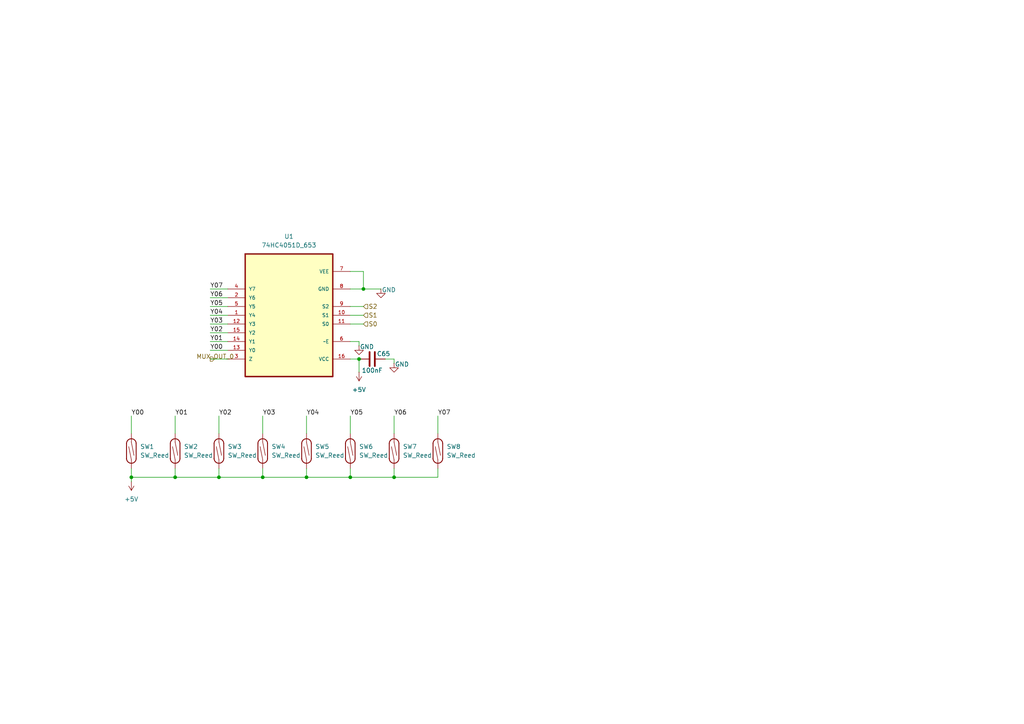
<source format=kicad_sch>
(kicad_sch (version 20250114) (generator "eeschema") (generator_version "9.0")
  (paper "A4")
  (lib_symbols
    (symbol "74HC4051D_653:74HC4051D_653" (pin_names (offset 1.016))
      (property "Reference" "U" (at -4.9848 17.8283 0))
      (property "Value" "74HC4051D_653" (at -3.1296 -25.3169 0))
      (symbol "74HC4051D_653_0_0"
        (rectangle (start -12.7 -20.32) (end 12.7 15.24) (stroke (width 0.4064)) (fill (type background)))
        (pin power_in line (at -17.78 10.16 0) (length 5.08) (name "VCC") (number "16"))
        (pin input line (at -17.78 5.08 0) (length 5.08) (name "~E") (number "6"))
        (pin input line (at -17.78 0 0) (length 5.08) (name "S0") (number "11"))
        (pin input line (at -17.78 -2.54 0) (length 5.08) (name "S1") (number "10"))
        (pin input line (at -17.78 -5.08 0) (length 5.08) (name "S2") (number "9"))
        (pin passive line (at -17.78 -10.16 0) (length 5.08) (name "GND") (number "8"))
        (pin power_in line (at -17.78 -15.24 0) (length 5.08) (name "VEE") (number "7"))
        (pin bidirectional line (at 17.78 10.16 180) (length 5.08) (name "Z") (number "3"))
        (pin bidirectional line (at 17.78 7.62 180) (length 5.08) (name "Y0") (number "13"))
        (pin bidirectional line (at 17.78 5.08 180) (length 5.08) (name "Y1") (number "14"))
        (pin bidirectional line (at 17.78 2.54 180) (length 5.08) (name "Y2") (number "15"))
        (pin bidirectional line (at 17.78 0 180) (length 5.08) (name "Y3") (number "12"))
        (pin bidirectional line (at 17.78 -2.54 180) (length 5.08) (name "Y4") (number "1"))
        (pin bidirectional line (at 17.78 -5.08 180) (length 5.08) (name "Y5") (number "5"))
        (pin bidirectional line (at 17.78 -7.62 180) (length 5.08) (name "Y6") (number "2"))
        (pin bidirectional line (at 17.78 -10.16 180) (length 5.08) (name "Y7") (number "4"))
      )
    )
    (symbol "Device:C" (pin_numbers (hide yes)) (pin_names (offset 0.254))
      (property "Reference" "C" (at 0.635 2.54 0))
      (property "Value" "C" (at 0.635 -2.54 0))
      (symbol "C_0_1"
        (polyline (pts (xy -2.032 0.762) (xy 2.032 0.762)) (stroke (width 0.508)))
        (polyline (pts (xy -2.032 -0.762) (xy 2.032 -0.762)) (stroke (width 0.508)))
      )
      (symbol "C_1_1"
        (pin passive line (at 0 3.81 270) (length 2.794) (name "~") (number "1"))
        (pin passive line (at 0 -3.81 90) (length 2.794) (name "~") (number "2"))
      )
    )
    (symbol "Switch:SW_Reed" (pin_numbers (hide yes)) (pin_names (offset 0) (hide yes))
      (property "Reference" "SW" (at 0 2.54 0))
      (property "Value" "SW_Reed" (at 0 -2.54 0))
      (symbol "SW_Reed_0_0"
        (polyline (pts (xy -2.54 0) (xy 1.27 0.762)))
        (polyline (pts (xy -2.159 -1.397) (xy 2.286 -1.397)) (stroke (width 0.254)))
        (arc (start -2.159 -1.397) (mid -3.55 0) (end -2.159 1.397) (stroke (width 0.254)))
        (arc (start 2.159 1.397) (mid 3.55 0) (end 2.159 -1.397) (stroke (width 0.254)))
        (polyline (pts (xy 2.159 1.397) (xy -2.159 1.397)) (stroke (width 0.254)))
        (polyline (pts (xy 2.54 0) (xy -1.27 -0.762)))
      )
      (symbol "SW_Reed_1_1"
        (pin passive line (at -5.08 0 0) (length 2.54) (name "1") (number "1"))
        (pin passive line (at 5.08 0 180) (length 2.54) (name "2") (number "2"))
      )
    )
    (symbol "power:+5V" (power) (pin_numbers (hide yes)) (pin_names (offset 0) (hide yes))
      (property "Value" "+5V" (at 0 3.556 0))
      (symbol "+5V_0_1"
        (polyline (pts (xy -0.762 1.27) (xy 0 2.54)))
        (polyline (pts (xy 0 2.54) (xy 0.762 1.27)))
        (polyline (pts (xy 0 0) (xy 0 2.54)))
      )
      (symbol "+5V_1_1"
        (pin power_in line (at 0 0 90) (length 0) (name "~") (number "1"))
      )
    )
    (symbol "power:GND" (power) (pin_numbers (hide yes)) (pin_names (offset 0) (hide yes))
      (property "Value" "GND" (at 0 -3.81 0))
      (symbol "GND_0_1"
        (polyline (pts (xy 0 0) (xy 0 -1.27) (xy 1.27 -1.27) (xy 0 -2.54) (xy -1.27 -1.27) (xy 0 -1.27)))
      )
      (symbol "GND_1_1"
        (pin power_in line (at 0 0 270) (length 0) (name "~") (number "1"))
      )
    )
  )
  (junction (at 50.8 138.43))
  (junction (at 76.2 138.43))
  (junction (at 88.9 138.43))
  (junction (at 104.14 104.14))
  (junction (at 38.1 138.43))
  (junction (at 101.6 138.43))
  (junction (at 114.3 138.43))
  (junction (at 63.5 138.43))
  (junction (at 105.41 83.82))
  (wire (pts (xy 60.96 93.98) (xy 66.04 93.98)))
  (wire (pts (xy 38.1 138.43) (xy 38.1 139.7)))
  (wire (pts (xy 76.2 135.89) (xy 76.2 138.43)))
  (wire (pts (xy 60.96 99.06) (xy 66.04 99.06)))
  (wire (pts (xy 50.8 120.65) (xy 50.8 125.73)))
  (wire (pts (xy 60.96 104.14) (xy 66.04 104.14)))
  (wire (pts (xy 38.1 138.43) (xy 50.8 138.43)))
  (wire (pts (xy 104.14 104.14) (xy 104.14 107.95)))
  (wire (pts (xy 38.1 135.89) (xy 38.1 138.43)))
  (wire (pts (xy 101.6 88.9) (xy 105.41 88.9)))
  (wire (pts (xy 101.6 104.14) (xy 104.14 104.14)))
  (wire (pts (xy 127 120.65) (xy 127 125.73)))
  (wire (pts (xy 105.41 78.74) (xy 105.41 83.82)))
  (wire (pts (xy 101.6 83.82) (xy 105.41 83.82)))
  (wire (pts (xy 104.14 99.06) (xy 101.6 99.06)))
  (wire (pts (xy 38.1 120.65) (xy 38.1 125.73)))
  (wire (pts (xy 63.5 135.89) (xy 63.5 138.43)))
  (wire (pts (xy 111.76 104.14) (xy 114.3 104.14)))
  (wire (pts (xy 101.6 78.74) (xy 105.41 78.74)))
  (wire (pts (xy 114.3 135.89) (xy 114.3 138.43)))
  (wire (pts (xy 50.8 135.89) (xy 50.8 138.43)))
  (wire (pts (xy 101.6 93.98) (xy 105.41 93.98)))
  (wire (pts (xy 60.96 96.52) (xy 66.04 96.52)))
  (wire (pts (xy 63.5 120.65) (xy 63.5 125.73)))
  (wire (pts (xy 60.96 86.36) (xy 66.04 86.36)))
  (wire (pts (xy 101.6 91.44) (xy 105.41 91.44)))
  (wire (pts (xy 60.96 101.6) (xy 66.04 101.6)))
  (wire (pts (xy 76.2 138.43) (xy 88.9 138.43)))
  (wire (pts (xy 63.5 138.43) (xy 76.2 138.43)))
  (wire (pts (xy 76.2 120.65) (xy 76.2 125.73)))
  (wire (pts (xy 114.3 104.14) (xy 114.3 105.41)))
  (wire (pts (xy 88.9 138.43) (xy 101.6 138.43)))
  (wire (pts (xy 114.3 138.43) (xy 127 138.43)))
  (wire (pts (xy 88.9 120.65) (xy 88.9 125.73)))
  (wire (pts (xy 50.8 138.43) (xy 63.5 138.43)))
  (wire (pts (xy 60.96 91.44) (xy 66.04 91.44)))
  (wire (pts (xy 104.14 100.33) (xy 104.14 99.06)))
  (wire (pts (xy 110.49 83.82) (xy 105.41 83.82)))
  (wire (pts (xy 101.6 135.89) (xy 101.6 138.43)))
  (wire (pts (xy 88.9 135.89) (xy 88.9 138.43)))
  (wire (pts (xy 101.6 120.65) (xy 101.6 125.73)))
  (wire (pts (xy 60.96 83.82) (xy 66.04 83.82)))
  (wire (pts (xy 114.3 120.65) (xy 114.3 125.73)))
  (wire (pts (xy 60.96 88.9) (xy 66.04 88.9)))
  (wire (pts (xy 101.6 138.43) (xy 114.3 138.43)))
  (wire (pts (xy 127 138.43) (xy 127 135.89)))
  (label "Y06" (at 114.3 120.65 0))
  (label "Y07" (at 127 120.65 0))
  (label "Y00" (at 38.1 120.65 0))
  (label "Y03" (at 76.2 120.65 0))
  (label "Y02" (at 60.96 96.52 0))
  (label "Y00" (at 60.96 101.6 0))
  (label "Y01" (at 50.8 120.65 0))
  (label "Y02" (at 63.5 120.65 0))
  (label "Y05" (at 60.96 88.9 0))
  (label "Y06" (at 60.96 86.36 0))
  (label "Y07" (at 60.96 83.82 0))
  (label "Y04" (at 88.9 120.65 0))
  (label "Y04" (at 60.96 91.44 0))
  (label "Y03" (at 60.96 93.98 0))
  (label "Y05" (at 101.6 120.65 0))
  (label "Y01" (at 60.96 99.06 0))
  (hierarchical_label "S2" (shape input) (at 105.41 88.9 0))
  (hierarchical_label "S1" (shape input) (at 105.41 91.44 0))
  (hierarchical_label "MUX_OUT_0" (shape output) (at 60.96 104.14 0))
  (hierarchical_label "S0" (shape input) (at 105.41 93.98 0))
  (symbol (lib_id "Switch:SW_Reed") (at 88.9 130.81 270) (unit 1)
    (property "Reference" "SW5" (at 91.44 129.5399 90) (effects (justify left)))
    (property "Value" "SW_Reed" (at 91.44 132.0799 90) (effects (justify left)))
    (property "Footprint" "Reed_switch:ReedSwitch_2x14mm" (effects (hide yes)))
    (property "Description" "reed switch" (effects (hide yes)))
  )
  (symbol (lib_id "power:+5V") (at 38.1 139.7 180) (unit 1)
    (property "Reference" "#PWR0194" (effects (hide yes)))
    (property "Value" "+5V" (at 38.1 144.78 0))
    (property "Description" "Power symbol creates a global label with name \"+5V\"" (effects (hide yes)))
  )
  (symbol (lib_id "Switch:SW_Reed") (at 38.1 130.81 270) (unit 1)
    (property "Reference" "SW1" (at 40.64 129.5399 90) (effects (justify left)))
    (property "Value" "SW_Reed" (at 40.64 132.0799 90) (effects (justify left)))
    (property "Footprint" "Reed_switch:ReedSwitch_2x14mm" (effects (hide yes)))
    (property "Description" "reed switch" (effects (hide yes)))
  )
  (symbol (lib_id "power:GND") (at 110.49 83.82 0) (unit 1)
    (property "Reference" "#PWR0197" (effects (hide yes)))
    (property "Value" "GND" (at 112.776 84.074 0))
    (property "Description" "Power symbol creates a global label with name \"GND\" , ground" (effects (hide yes)))
  )
  (symbol (lib_id "Switch:SW_Reed") (at 63.5 130.81 270) (unit 1)
    (property "Reference" "SW3" (at 66.04 129.5399 90) (effects (justify left)))
    (property "Value" "SW_Reed" (at 66.04 132.0799 90) (effects (justify left)))
    (property "Footprint" "Reed_switch:ReedSwitch_2x14mm" (effects (hide yes)))
    (property "Description" "reed switch" (effects (hide yes)))
  )
  (symbol (lib_id "power:+5V") (at 104.14 107.95 180) (unit 1)
    (property "Reference" "#PWR0199" (effects (hide yes)))
    (property "Value" "+5V" (at 104.14 113.03 0))
    (property "Description" "Power symbol creates a global label with name \"+5V\"" (effects (hide yes)))
  )
  (symbol (lib_id "Switch:SW_Reed") (at 76.2 130.81 270) (unit 1)
    (property "Reference" "SW4" (at 78.74 129.5399 90) (effects (justify left)))
    (property "Value" "SW_Reed" (at 78.74 132.0799 90) (effects (justify left)))
    (property "Footprint" "Reed_switch:ReedSwitch_2x14mm" (effects (hide yes)))
    (property "Description" "reed switch" (effects (hide yes)))
  )
  (symbol (lib_id "Switch:SW_Reed") (at 114.3 130.81 270) (unit 1)
    (property "Reference" "SW7" (at 116.84 129.5399 90) (effects (justify left)))
    (property "Value" "SW_Reed" (at 116.84 132.0799 90) (effects (justify left)))
    (property "Footprint" "Reed_switch:ReedSwitch_2x14mm" (effects (hide yes)))
    (property "Description" "reed switch" (effects (hide yes)))
  )
  (symbol (lib_id "Switch:SW_Reed") (at 50.8 130.81 270) (unit 1)
    (property "Reference" "SW2" (at 53.34 129.5399 90) (effects (justify left)))
    (property "Value" "SW_Reed" (at 53.34 132.0799 90) (effects (justify left)))
    (property "Footprint" "Reed_switch:ReedSwitch_2x14mm" (effects (hide yes)))
    (property "Description" "reed switch" (effects (hide yes)))
  )
  (symbol (lib_id "Switch:SW_Reed") (at 127 130.81 270) (unit 1)
    (property "Reference" "SW8" (at 129.54 129.5399 90) (effects (justify left)))
    (property "Value" "SW_Reed" (at 129.54 132.0799 90) (effects (justify left)))
    (property "Footprint" "Reed_switch:ReedSwitch_2x14mm" (effects (hide yes)))
    (property "Description" "reed switch" (effects (hide yes)))
  )
  (symbol (lib_id "power:GND") (at 104.14 100.33 0) (unit 1)
    (property "Reference" "#PWR0198" (effects (hide yes)))
    (property "Value" "GND" (at 106.426 100.584 0))
    (property "Description" "Power symbol creates a global label with name \"GND\" , ground" (effects (hide yes)))
  )
  (symbol (lib_id "Device:C") (at 107.95 104.14 90) (unit 1)
    (property "Reference" "C65" (at 111.252 102.616 90))
    (property "Value" "100nF" (at 107.95 107.442 90))
    (property "Footprint" "Capacitor_SMD:C_0805_2012Metric_Pad1.18x1.45mm_HandSolder" (effects (hide yes)))
    (property "Description" "Unpolarized capacitor" (effects (hide yes)))
  )
  (symbol (lib_id "74HC4051D_653:74HC4051D_653") (at 83.82 93.98 180) (unit 1)
    (property "Reference" "U1" (at 83.82 68.58 0))
    (property "Value" "74HC4051D_653" (at 83.82 71.12 0))
    (property "Footprint" "74HC4051D_653:SOIC127P600X175-16N" (effects (hide yes)))
    (property "MF" "Nexperia USA" (effects (hide yes)))
    (property "Description_1" "1 Circuit IC Switch 8:1 120Ohm 16-SO" (effects (hide yes)))
    (property "PACKAGE" "SOIC-16" (effects (hide yes)))
    (property "MPN" "74HC4051D,653" (effects (hide yes)))
    (property "Price" "None" (effects (hide yes)))
    (property "Package" "SO-16 Nexperia USA Inc." (effects (hide yes)))
    (property "OC_FARNELL" "1826842" (effects (hide yes)))
    (property "SnapEDA_Link" "https://www.snapeda.com/parts/74HC4051D,653/Nexperia/view-part/?ref=snap" (effects (hide yes)))
    (property "MP" "74HC4051D,653" (effects (hide yes)))
    (property "SUPPLIER" "NXP Semiconductors" (effects (hide yes)))
    (property "OC_NEWARK" "78R6259" (effects (hide yes)))
    (property "Availability" "In Stock" (effects (hide yes)))
    (property "Check_prices" "https://www.snapeda.com/parts/74HC4051D,653/Nexperia/view-part/?ref=eda" (effects (hide yes)))
  )
  (symbol (lib_id "power:GND") (at 114.3 105.41 0) (unit 1)
    (property "Reference" "#PWR0200" (effects (hide yes)))
    (property "Value" "GND" (at 116.586 105.664 0))
    (property "Description" "Power symbol creates a global label with name \"GND\" , ground" (effects (hide yes)))
  )
  (symbol (lib_id "Switch:SW_Reed") (at 101.6 130.81 270) (unit 1)
    (property "Reference" "SW6" (at 104.14 129.5399 90) (effects (justify left)))
    (property "Value" "SW_Reed" (at 104.14 132.0799 90) (effects (justify left)))
    (property "Footprint" "Reed_switch:ReedSwitch_2x14mm" (effects (hide yes)))
    (property "Description" "reed switch" (effects (hide yes)))
  )
)
</source>
